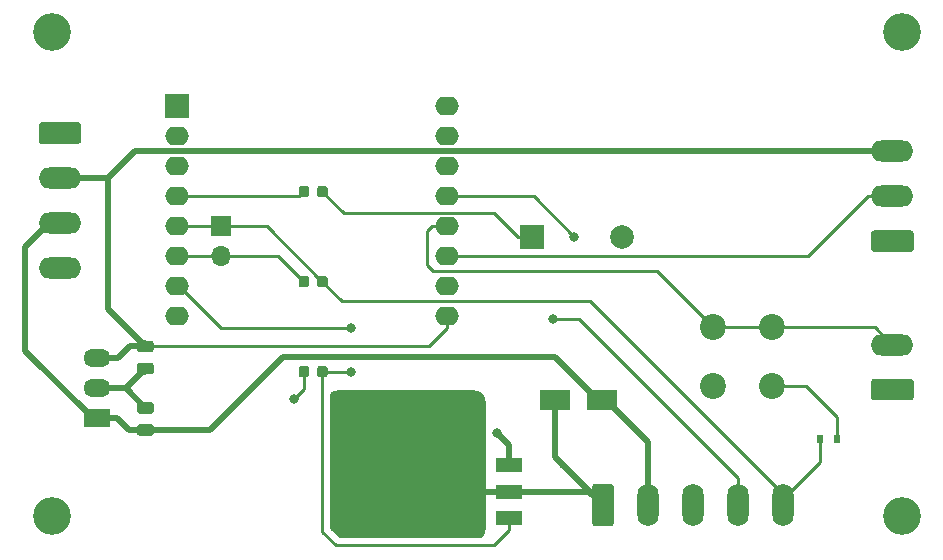
<source format=gtl>
G04 #@! TF.GenerationSoftware,KiCad,Pcbnew,(5.1.2-1)-1*
G04 #@! TF.CreationDate,2019-07-26T11:47:48+01:00*
G04 #@! TF.ProjectId,tool-lockers-pcb,746f6f6c-2d6c-46f6-936b-6572732d7063,rev?*
G04 #@! TF.SameCoordinates,Original*
G04 #@! TF.FileFunction,Copper,L1,Top*
G04 #@! TF.FilePolarity,Positive*
%FSLAX46Y46*%
G04 Gerber Fmt 4.6, Leading zero omitted, Abs format (unit mm)*
G04 Created by KiCad (PCBNEW (5.1.2-1)-1) date 2019-07-26 11:47:48*
%MOMM*%
%LPD*%
G04 APERTURE LIST*
%ADD10R,6.400000X5.800000*%
%ADD11R,2.200000X1.200000*%
%ADD12O,1.700000X1.700000*%
%ADD13R,1.700000X1.700000*%
%ADD14C,0.100000*%
%ADD15C,0.875000*%
%ADD16C,3.200400*%
%ADD17R,0.600000X0.700000*%
%ADD18C,2.200000*%
%ADD19R,2.000000X2.000000*%
%ADD20C,2.000000*%
%ADD21R,2.500000X1.800000*%
%ADD22O,3.600000X1.800000*%
%ADD23C,1.800000*%
%ADD24C,0.975000*%
%ADD25O,1.800000X3.600000*%
%ADD26O,2.000000X1.600000*%
%ADD27R,2.300000X1.500000*%
%ADD28O,2.300000X1.500000*%
%ADD29C,0.800000*%
%ADD30C,0.500000*%
%ADD31C,0.250000*%
%ADD32C,0.254000*%
G04 APERTURE END LIST*
D10*
X145030000Y-118110000D03*
D11*
X151330000Y-115830000D03*
X151330000Y-118110000D03*
X151330000Y-120390000D03*
D12*
X126960000Y-98160000D03*
D13*
X126960000Y-95620000D03*
D14*
G36*
X135749191Y-99856053D02*
G01*
X135770426Y-99859203D01*
X135791250Y-99864419D01*
X135811462Y-99871651D01*
X135830868Y-99880830D01*
X135849281Y-99891866D01*
X135866524Y-99904654D01*
X135882430Y-99919070D01*
X135896846Y-99934976D01*
X135909634Y-99952219D01*
X135920670Y-99970632D01*
X135929849Y-99990038D01*
X135937081Y-100010250D01*
X135942297Y-100031074D01*
X135945447Y-100052309D01*
X135946500Y-100073750D01*
X135946500Y-100586250D01*
X135945447Y-100607691D01*
X135942297Y-100628926D01*
X135937081Y-100649750D01*
X135929849Y-100669962D01*
X135920670Y-100689368D01*
X135909634Y-100707781D01*
X135896846Y-100725024D01*
X135882430Y-100740930D01*
X135866524Y-100755346D01*
X135849281Y-100768134D01*
X135830868Y-100779170D01*
X135811462Y-100788349D01*
X135791250Y-100795581D01*
X135770426Y-100800797D01*
X135749191Y-100803947D01*
X135727750Y-100805000D01*
X135290250Y-100805000D01*
X135268809Y-100803947D01*
X135247574Y-100800797D01*
X135226750Y-100795581D01*
X135206538Y-100788349D01*
X135187132Y-100779170D01*
X135168719Y-100768134D01*
X135151476Y-100755346D01*
X135135570Y-100740930D01*
X135121154Y-100725024D01*
X135108366Y-100707781D01*
X135097330Y-100689368D01*
X135088151Y-100669962D01*
X135080919Y-100649750D01*
X135075703Y-100628926D01*
X135072553Y-100607691D01*
X135071500Y-100586250D01*
X135071500Y-100073750D01*
X135072553Y-100052309D01*
X135075703Y-100031074D01*
X135080919Y-100010250D01*
X135088151Y-99990038D01*
X135097330Y-99970632D01*
X135108366Y-99952219D01*
X135121154Y-99934976D01*
X135135570Y-99919070D01*
X135151476Y-99904654D01*
X135168719Y-99891866D01*
X135187132Y-99880830D01*
X135206538Y-99871651D01*
X135226750Y-99864419D01*
X135247574Y-99859203D01*
X135268809Y-99856053D01*
X135290250Y-99855000D01*
X135727750Y-99855000D01*
X135749191Y-99856053D01*
X135749191Y-99856053D01*
G37*
D15*
X135509000Y-100330000D03*
D14*
G36*
X134174191Y-99856053D02*
G01*
X134195426Y-99859203D01*
X134216250Y-99864419D01*
X134236462Y-99871651D01*
X134255868Y-99880830D01*
X134274281Y-99891866D01*
X134291524Y-99904654D01*
X134307430Y-99919070D01*
X134321846Y-99934976D01*
X134334634Y-99952219D01*
X134345670Y-99970632D01*
X134354849Y-99990038D01*
X134362081Y-100010250D01*
X134367297Y-100031074D01*
X134370447Y-100052309D01*
X134371500Y-100073750D01*
X134371500Y-100586250D01*
X134370447Y-100607691D01*
X134367297Y-100628926D01*
X134362081Y-100649750D01*
X134354849Y-100669962D01*
X134345670Y-100689368D01*
X134334634Y-100707781D01*
X134321846Y-100725024D01*
X134307430Y-100740930D01*
X134291524Y-100755346D01*
X134274281Y-100768134D01*
X134255868Y-100779170D01*
X134236462Y-100788349D01*
X134216250Y-100795581D01*
X134195426Y-100800797D01*
X134174191Y-100803947D01*
X134152750Y-100805000D01*
X133715250Y-100805000D01*
X133693809Y-100803947D01*
X133672574Y-100800797D01*
X133651750Y-100795581D01*
X133631538Y-100788349D01*
X133612132Y-100779170D01*
X133593719Y-100768134D01*
X133576476Y-100755346D01*
X133560570Y-100740930D01*
X133546154Y-100725024D01*
X133533366Y-100707781D01*
X133522330Y-100689368D01*
X133513151Y-100669962D01*
X133505919Y-100649750D01*
X133500703Y-100628926D01*
X133497553Y-100607691D01*
X133496500Y-100586250D01*
X133496500Y-100073750D01*
X133497553Y-100052309D01*
X133500703Y-100031074D01*
X133505919Y-100010250D01*
X133513151Y-99990038D01*
X133522330Y-99970632D01*
X133533366Y-99952219D01*
X133546154Y-99934976D01*
X133560570Y-99919070D01*
X133576476Y-99904654D01*
X133593719Y-99891866D01*
X133612132Y-99880830D01*
X133631538Y-99871651D01*
X133651750Y-99864419D01*
X133672574Y-99859203D01*
X133693809Y-99856053D01*
X133715250Y-99855000D01*
X134152750Y-99855000D01*
X134174191Y-99856053D01*
X134174191Y-99856053D01*
G37*
D15*
X133934000Y-100330000D03*
D16*
X184589420Y-120195340D03*
X112590580Y-120195340D03*
X184589420Y-79194660D03*
X112590580Y-79194660D03*
D17*
X177670000Y-113665000D03*
X179070000Y-113665000D03*
D18*
X168569000Y-104180000D03*
X168569000Y-109180000D03*
X173569000Y-109180000D03*
X173569000Y-104180000D03*
D19*
X153289000Y-96520000D03*
D20*
X160889000Y-96520000D03*
D21*
X155194000Y-110363000D03*
X159194000Y-110363000D03*
D22*
X183769000Y-89281000D03*
X183769000Y-93091000D03*
D14*
G36*
X185343504Y-96002204D02*
G01*
X185367773Y-96005804D01*
X185391571Y-96011765D01*
X185414671Y-96020030D01*
X185436849Y-96030520D01*
X185457893Y-96043133D01*
X185477598Y-96057747D01*
X185495777Y-96074223D01*
X185512253Y-96092402D01*
X185526867Y-96112107D01*
X185539480Y-96133151D01*
X185549970Y-96155329D01*
X185558235Y-96178429D01*
X185564196Y-96202227D01*
X185567796Y-96226496D01*
X185569000Y-96251000D01*
X185569000Y-97551000D01*
X185567796Y-97575504D01*
X185564196Y-97599773D01*
X185558235Y-97623571D01*
X185549970Y-97646671D01*
X185539480Y-97668849D01*
X185526867Y-97689893D01*
X185512253Y-97709598D01*
X185495777Y-97727777D01*
X185477598Y-97744253D01*
X185457893Y-97758867D01*
X185436849Y-97771480D01*
X185414671Y-97781970D01*
X185391571Y-97790235D01*
X185367773Y-97796196D01*
X185343504Y-97799796D01*
X185319000Y-97801000D01*
X182219000Y-97801000D01*
X182194496Y-97799796D01*
X182170227Y-97796196D01*
X182146429Y-97790235D01*
X182123329Y-97781970D01*
X182101151Y-97771480D01*
X182080107Y-97758867D01*
X182060402Y-97744253D01*
X182042223Y-97727777D01*
X182025747Y-97709598D01*
X182011133Y-97689893D01*
X181998520Y-97668849D01*
X181988030Y-97646671D01*
X181979765Y-97623571D01*
X181973804Y-97599773D01*
X181970204Y-97575504D01*
X181969000Y-97551000D01*
X181969000Y-96251000D01*
X181970204Y-96226496D01*
X181973804Y-96202227D01*
X181979765Y-96178429D01*
X181988030Y-96155329D01*
X181998520Y-96133151D01*
X182011133Y-96112107D01*
X182025747Y-96092402D01*
X182042223Y-96074223D01*
X182060402Y-96057747D01*
X182080107Y-96043133D01*
X182101151Y-96030520D01*
X182123329Y-96020030D01*
X182146429Y-96011765D01*
X182170227Y-96005804D01*
X182194496Y-96002204D01*
X182219000Y-96001000D01*
X185319000Y-96001000D01*
X185343504Y-96002204D01*
X185343504Y-96002204D01*
G37*
D23*
X183769000Y-96901000D03*
D22*
X183769000Y-105664000D03*
D14*
G36*
X185343504Y-108575204D02*
G01*
X185367773Y-108578804D01*
X185391571Y-108584765D01*
X185414671Y-108593030D01*
X185436849Y-108603520D01*
X185457893Y-108616133D01*
X185477598Y-108630747D01*
X185495777Y-108647223D01*
X185512253Y-108665402D01*
X185526867Y-108685107D01*
X185539480Y-108706151D01*
X185549970Y-108728329D01*
X185558235Y-108751429D01*
X185564196Y-108775227D01*
X185567796Y-108799496D01*
X185569000Y-108824000D01*
X185569000Y-110124000D01*
X185567796Y-110148504D01*
X185564196Y-110172773D01*
X185558235Y-110196571D01*
X185549970Y-110219671D01*
X185539480Y-110241849D01*
X185526867Y-110262893D01*
X185512253Y-110282598D01*
X185495777Y-110300777D01*
X185477598Y-110317253D01*
X185457893Y-110331867D01*
X185436849Y-110344480D01*
X185414671Y-110354970D01*
X185391571Y-110363235D01*
X185367773Y-110369196D01*
X185343504Y-110372796D01*
X185319000Y-110374000D01*
X182219000Y-110374000D01*
X182194496Y-110372796D01*
X182170227Y-110369196D01*
X182146429Y-110363235D01*
X182123329Y-110354970D01*
X182101151Y-110344480D01*
X182080107Y-110331867D01*
X182060402Y-110317253D01*
X182042223Y-110300777D01*
X182025747Y-110282598D01*
X182011133Y-110262893D01*
X181998520Y-110241849D01*
X181988030Y-110219671D01*
X181979765Y-110196571D01*
X181973804Y-110172773D01*
X181970204Y-110148504D01*
X181969000Y-110124000D01*
X181969000Y-108824000D01*
X181970204Y-108799496D01*
X181973804Y-108775227D01*
X181979765Y-108751429D01*
X181988030Y-108728329D01*
X181998520Y-108706151D01*
X182011133Y-108685107D01*
X182025747Y-108665402D01*
X182042223Y-108647223D01*
X182060402Y-108630747D01*
X182080107Y-108616133D01*
X182101151Y-108603520D01*
X182123329Y-108593030D01*
X182146429Y-108584765D01*
X182170227Y-108578804D01*
X182194496Y-108575204D01*
X182219000Y-108574000D01*
X185319000Y-108574000D01*
X185343504Y-108575204D01*
X185343504Y-108575204D01*
G37*
D23*
X183769000Y-109474000D03*
D22*
X113284000Y-99187000D03*
X113284000Y-95377000D03*
X113284000Y-91567000D03*
D14*
G36*
X114858504Y-86858204D02*
G01*
X114882773Y-86861804D01*
X114906571Y-86867765D01*
X114929671Y-86876030D01*
X114951849Y-86886520D01*
X114972893Y-86899133D01*
X114992598Y-86913747D01*
X115010777Y-86930223D01*
X115027253Y-86948402D01*
X115041867Y-86968107D01*
X115054480Y-86989151D01*
X115064970Y-87011329D01*
X115073235Y-87034429D01*
X115079196Y-87058227D01*
X115082796Y-87082496D01*
X115084000Y-87107000D01*
X115084000Y-88407000D01*
X115082796Y-88431504D01*
X115079196Y-88455773D01*
X115073235Y-88479571D01*
X115064970Y-88502671D01*
X115054480Y-88524849D01*
X115041867Y-88545893D01*
X115027253Y-88565598D01*
X115010777Y-88583777D01*
X114992598Y-88600253D01*
X114972893Y-88614867D01*
X114951849Y-88627480D01*
X114929671Y-88637970D01*
X114906571Y-88646235D01*
X114882773Y-88652196D01*
X114858504Y-88655796D01*
X114834000Y-88657000D01*
X111734000Y-88657000D01*
X111709496Y-88655796D01*
X111685227Y-88652196D01*
X111661429Y-88646235D01*
X111638329Y-88637970D01*
X111616151Y-88627480D01*
X111595107Y-88614867D01*
X111575402Y-88600253D01*
X111557223Y-88583777D01*
X111540747Y-88565598D01*
X111526133Y-88545893D01*
X111513520Y-88524849D01*
X111503030Y-88502671D01*
X111494765Y-88479571D01*
X111488804Y-88455773D01*
X111485204Y-88431504D01*
X111484000Y-88407000D01*
X111484000Y-87107000D01*
X111485204Y-87082496D01*
X111488804Y-87058227D01*
X111494765Y-87034429D01*
X111503030Y-87011329D01*
X111513520Y-86989151D01*
X111526133Y-86968107D01*
X111540747Y-86948402D01*
X111557223Y-86930223D01*
X111575402Y-86913747D01*
X111595107Y-86899133D01*
X111616151Y-86886520D01*
X111638329Y-86876030D01*
X111661429Y-86867765D01*
X111685227Y-86861804D01*
X111709496Y-86858204D01*
X111734000Y-86857000D01*
X114834000Y-86857000D01*
X114858504Y-86858204D01*
X114858504Y-86858204D01*
G37*
D23*
X113284000Y-87757000D03*
D14*
G36*
X121003142Y-112416674D02*
G01*
X121026803Y-112420184D01*
X121050007Y-112425996D01*
X121072529Y-112434054D01*
X121094153Y-112444282D01*
X121114670Y-112456579D01*
X121133883Y-112470829D01*
X121151607Y-112486893D01*
X121167671Y-112504617D01*
X121181921Y-112523830D01*
X121194218Y-112544347D01*
X121204446Y-112565971D01*
X121212504Y-112588493D01*
X121218316Y-112611697D01*
X121221826Y-112635358D01*
X121223000Y-112659250D01*
X121223000Y-113146750D01*
X121221826Y-113170642D01*
X121218316Y-113194303D01*
X121212504Y-113217507D01*
X121204446Y-113240029D01*
X121194218Y-113261653D01*
X121181921Y-113282170D01*
X121167671Y-113301383D01*
X121151607Y-113319107D01*
X121133883Y-113335171D01*
X121114670Y-113349421D01*
X121094153Y-113361718D01*
X121072529Y-113371946D01*
X121050007Y-113380004D01*
X121026803Y-113385816D01*
X121003142Y-113389326D01*
X120979250Y-113390500D01*
X120066750Y-113390500D01*
X120042858Y-113389326D01*
X120019197Y-113385816D01*
X119995993Y-113380004D01*
X119973471Y-113371946D01*
X119951847Y-113361718D01*
X119931330Y-113349421D01*
X119912117Y-113335171D01*
X119894393Y-113319107D01*
X119878329Y-113301383D01*
X119864079Y-113282170D01*
X119851782Y-113261653D01*
X119841554Y-113240029D01*
X119833496Y-113217507D01*
X119827684Y-113194303D01*
X119824174Y-113170642D01*
X119823000Y-113146750D01*
X119823000Y-112659250D01*
X119824174Y-112635358D01*
X119827684Y-112611697D01*
X119833496Y-112588493D01*
X119841554Y-112565971D01*
X119851782Y-112544347D01*
X119864079Y-112523830D01*
X119878329Y-112504617D01*
X119894393Y-112486893D01*
X119912117Y-112470829D01*
X119931330Y-112456579D01*
X119951847Y-112444282D01*
X119973471Y-112434054D01*
X119995993Y-112425996D01*
X120019197Y-112420184D01*
X120042858Y-112416674D01*
X120066750Y-112415500D01*
X120979250Y-112415500D01*
X121003142Y-112416674D01*
X121003142Y-112416674D01*
G37*
D24*
X120523000Y-112903000D03*
D14*
G36*
X121003142Y-110541674D02*
G01*
X121026803Y-110545184D01*
X121050007Y-110550996D01*
X121072529Y-110559054D01*
X121094153Y-110569282D01*
X121114670Y-110581579D01*
X121133883Y-110595829D01*
X121151607Y-110611893D01*
X121167671Y-110629617D01*
X121181921Y-110648830D01*
X121194218Y-110669347D01*
X121204446Y-110690971D01*
X121212504Y-110713493D01*
X121218316Y-110736697D01*
X121221826Y-110760358D01*
X121223000Y-110784250D01*
X121223000Y-111271750D01*
X121221826Y-111295642D01*
X121218316Y-111319303D01*
X121212504Y-111342507D01*
X121204446Y-111365029D01*
X121194218Y-111386653D01*
X121181921Y-111407170D01*
X121167671Y-111426383D01*
X121151607Y-111444107D01*
X121133883Y-111460171D01*
X121114670Y-111474421D01*
X121094153Y-111486718D01*
X121072529Y-111496946D01*
X121050007Y-111505004D01*
X121026803Y-111510816D01*
X121003142Y-111514326D01*
X120979250Y-111515500D01*
X120066750Y-111515500D01*
X120042858Y-111514326D01*
X120019197Y-111510816D01*
X119995993Y-111505004D01*
X119973471Y-111496946D01*
X119951847Y-111486718D01*
X119931330Y-111474421D01*
X119912117Y-111460171D01*
X119894393Y-111444107D01*
X119878329Y-111426383D01*
X119864079Y-111407170D01*
X119851782Y-111386653D01*
X119841554Y-111365029D01*
X119833496Y-111342507D01*
X119827684Y-111319303D01*
X119824174Y-111295642D01*
X119823000Y-111271750D01*
X119823000Y-110784250D01*
X119824174Y-110760358D01*
X119827684Y-110736697D01*
X119833496Y-110713493D01*
X119841554Y-110690971D01*
X119851782Y-110669347D01*
X119864079Y-110648830D01*
X119878329Y-110629617D01*
X119894393Y-110611893D01*
X119912117Y-110595829D01*
X119931330Y-110581579D01*
X119951847Y-110569282D01*
X119973471Y-110559054D01*
X119995993Y-110550996D01*
X120019197Y-110545184D01*
X120042858Y-110541674D01*
X120066750Y-110540500D01*
X120979250Y-110540500D01*
X121003142Y-110541674D01*
X121003142Y-110541674D01*
G37*
D24*
X120523000Y-111028000D03*
D14*
G36*
X121003142Y-107209674D02*
G01*
X121026803Y-107213184D01*
X121050007Y-107218996D01*
X121072529Y-107227054D01*
X121094153Y-107237282D01*
X121114670Y-107249579D01*
X121133883Y-107263829D01*
X121151607Y-107279893D01*
X121167671Y-107297617D01*
X121181921Y-107316830D01*
X121194218Y-107337347D01*
X121204446Y-107358971D01*
X121212504Y-107381493D01*
X121218316Y-107404697D01*
X121221826Y-107428358D01*
X121223000Y-107452250D01*
X121223000Y-107939750D01*
X121221826Y-107963642D01*
X121218316Y-107987303D01*
X121212504Y-108010507D01*
X121204446Y-108033029D01*
X121194218Y-108054653D01*
X121181921Y-108075170D01*
X121167671Y-108094383D01*
X121151607Y-108112107D01*
X121133883Y-108128171D01*
X121114670Y-108142421D01*
X121094153Y-108154718D01*
X121072529Y-108164946D01*
X121050007Y-108173004D01*
X121026803Y-108178816D01*
X121003142Y-108182326D01*
X120979250Y-108183500D01*
X120066750Y-108183500D01*
X120042858Y-108182326D01*
X120019197Y-108178816D01*
X119995993Y-108173004D01*
X119973471Y-108164946D01*
X119951847Y-108154718D01*
X119931330Y-108142421D01*
X119912117Y-108128171D01*
X119894393Y-108112107D01*
X119878329Y-108094383D01*
X119864079Y-108075170D01*
X119851782Y-108054653D01*
X119841554Y-108033029D01*
X119833496Y-108010507D01*
X119827684Y-107987303D01*
X119824174Y-107963642D01*
X119823000Y-107939750D01*
X119823000Y-107452250D01*
X119824174Y-107428358D01*
X119827684Y-107404697D01*
X119833496Y-107381493D01*
X119841554Y-107358971D01*
X119851782Y-107337347D01*
X119864079Y-107316830D01*
X119878329Y-107297617D01*
X119894393Y-107279893D01*
X119912117Y-107263829D01*
X119931330Y-107249579D01*
X119951847Y-107237282D01*
X119973471Y-107227054D01*
X119995993Y-107218996D01*
X120019197Y-107213184D01*
X120042858Y-107209674D01*
X120066750Y-107208500D01*
X120979250Y-107208500D01*
X121003142Y-107209674D01*
X121003142Y-107209674D01*
G37*
D24*
X120523000Y-107696000D03*
D14*
G36*
X121003142Y-105334674D02*
G01*
X121026803Y-105338184D01*
X121050007Y-105343996D01*
X121072529Y-105352054D01*
X121094153Y-105362282D01*
X121114670Y-105374579D01*
X121133883Y-105388829D01*
X121151607Y-105404893D01*
X121167671Y-105422617D01*
X121181921Y-105441830D01*
X121194218Y-105462347D01*
X121204446Y-105483971D01*
X121212504Y-105506493D01*
X121218316Y-105529697D01*
X121221826Y-105553358D01*
X121223000Y-105577250D01*
X121223000Y-106064750D01*
X121221826Y-106088642D01*
X121218316Y-106112303D01*
X121212504Y-106135507D01*
X121204446Y-106158029D01*
X121194218Y-106179653D01*
X121181921Y-106200170D01*
X121167671Y-106219383D01*
X121151607Y-106237107D01*
X121133883Y-106253171D01*
X121114670Y-106267421D01*
X121094153Y-106279718D01*
X121072529Y-106289946D01*
X121050007Y-106298004D01*
X121026803Y-106303816D01*
X121003142Y-106307326D01*
X120979250Y-106308500D01*
X120066750Y-106308500D01*
X120042858Y-106307326D01*
X120019197Y-106303816D01*
X119995993Y-106298004D01*
X119973471Y-106289946D01*
X119951847Y-106279718D01*
X119931330Y-106267421D01*
X119912117Y-106253171D01*
X119894393Y-106237107D01*
X119878329Y-106219383D01*
X119864079Y-106200170D01*
X119851782Y-106179653D01*
X119841554Y-106158029D01*
X119833496Y-106135507D01*
X119827684Y-106112303D01*
X119824174Y-106088642D01*
X119823000Y-106064750D01*
X119823000Y-105577250D01*
X119824174Y-105553358D01*
X119827684Y-105529697D01*
X119833496Y-105506493D01*
X119841554Y-105483971D01*
X119851782Y-105462347D01*
X119864079Y-105441830D01*
X119878329Y-105422617D01*
X119894393Y-105404893D01*
X119912117Y-105388829D01*
X119931330Y-105374579D01*
X119951847Y-105362282D01*
X119973471Y-105352054D01*
X119995993Y-105343996D01*
X120019197Y-105338184D01*
X120042858Y-105334674D01*
X120066750Y-105333500D01*
X120979250Y-105333500D01*
X121003142Y-105334674D01*
X121003142Y-105334674D01*
G37*
D24*
X120523000Y-105821000D03*
D14*
G36*
X159932504Y-117454204D02*
G01*
X159956773Y-117457804D01*
X159980571Y-117463765D01*
X160003671Y-117472030D01*
X160025849Y-117482520D01*
X160046893Y-117495133D01*
X160066598Y-117509747D01*
X160084777Y-117526223D01*
X160101253Y-117544402D01*
X160115867Y-117564107D01*
X160128480Y-117585151D01*
X160138970Y-117607329D01*
X160147235Y-117630429D01*
X160153196Y-117654227D01*
X160156796Y-117678496D01*
X160158000Y-117703000D01*
X160158000Y-120803000D01*
X160156796Y-120827504D01*
X160153196Y-120851773D01*
X160147235Y-120875571D01*
X160138970Y-120898671D01*
X160128480Y-120920849D01*
X160115867Y-120941893D01*
X160101253Y-120961598D01*
X160084777Y-120979777D01*
X160066598Y-120996253D01*
X160046893Y-121010867D01*
X160025849Y-121023480D01*
X160003671Y-121033970D01*
X159980571Y-121042235D01*
X159956773Y-121048196D01*
X159932504Y-121051796D01*
X159908000Y-121053000D01*
X158608000Y-121053000D01*
X158583496Y-121051796D01*
X158559227Y-121048196D01*
X158535429Y-121042235D01*
X158512329Y-121033970D01*
X158490151Y-121023480D01*
X158469107Y-121010867D01*
X158449402Y-120996253D01*
X158431223Y-120979777D01*
X158414747Y-120961598D01*
X158400133Y-120941893D01*
X158387520Y-120920849D01*
X158377030Y-120898671D01*
X158368765Y-120875571D01*
X158362804Y-120851773D01*
X158359204Y-120827504D01*
X158358000Y-120803000D01*
X158358000Y-117703000D01*
X158359204Y-117678496D01*
X158362804Y-117654227D01*
X158368765Y-117630429D01*
X158377030Y-117607329D01*
X158387520Y-117585151D01*
X158400133Y-117564107D01*
X158414747Y-117544402D01*
X158431223Y-117526223D01*
X158449402Y-117509747D01*
X158469107Y-117495133D01*
X158490151Y-117482520D01*
X158512329Y-117472030D01*
X158535429Y-117463765D01*
X158559227Y-117457804D01*
X158583496Y-117454204D01*
X158608000Y-117453000D01*
X159908000Y-117453000D01*
X159932504Y-117454204D01*
X159932504Y-117454204D01*
G37*
D23*
X159258000Y-119253000D03*
D25*
X163068000Y-119253000D03*
X166878000Y-119253000D03*
X170688000Y-119253000D03*
X174498000Y-119253000D03*
D14*
G36*
X134174191Y-107476053D02*
G01*
X134195426Y-107479203D01*
X134216250Y-107484419D01*
X134236462Y-107491651D01*
X134255868Y-107500830D01*
X134274281Y-107511866D01*
X134291524Y-107524654D01*
X134307430Y-107539070D01*
X134321846Y-107554976D01*
X134334634Y-107572219D01*
X134345670Y-107590632D01*
X134354849Y-107610038D01*
X134362081Y-107630250D01*
X134367297Y-107651074D01*
X134370447Y-107672309D01*
X134371500Y-107693750D01*
X134371500Y-108206250D01*
X134370447Y-108227691D01*
X134367297Y-108248926D01*
X134362081Y-108269750D01*
X134354849Y-108289962D01*
X134345670Y-108309368D01*
X134334634Y-108327781D01*
X134321846Y-108345024D01*
X134307430Y-108360930D01*
X134291524Y-108375346D01*
X134274281Y-108388134D01*
X134255868Y-108399170D01*
X134236462Y-108408349D01*
X134216250Y-108415581D01*
X134195426Y-108420797D01*
X134174191Y-108423947D01*
X134152750Y-108425000D01*
X133715250Y-108425000D01*
X133693809Y-108423947D01*
X133672574Y-108420797D01*
X133651750Y-108415581D01*
X133631538Y-108408349D01*
X133612132Y-108399170D01*
X133593719Y-108388134D01*
X133576476Y-108375346D01*
X133560570Y-108360930D01*
X133546154Y-108345024D01*
X133533366Y-108327781D01*
X133522330Y-108309368D01*
X133513151Y-108289962D01*
X133505919Y-108269750D01*
X133500703Y-108248926D01*
X133497553Y-108227691D01*
X133496500Y-108206250D01*
X133496500Y-107693750D01*
X133497553Y-107672309D01*
X133500703Y-107651074D01*
X133505919Y-107630250D01*
X133513151Y-107610038D01*
X133522330Y-107590632D01*
X133533366Y-107572219D01*
X133546154Y-107554976D01*
X133560570Y-107539070D01*
X133576476Y-107524654D01*
X133593719Y-107511866D01*
X133612132Y-107500830D01*
X133631538Y-107491651D01*
X133651750Y-107484419D01*
X133672574Y-107479203D01*
X133693809Y-107476053D01*
X133715250Y-107475000D01*
X134152750Y-107475000D01*
X134174191Y-107476053D01*
X134174191Y-107476053D01*
G37*
D15*
X133934000Y-107950000D03*
D14*
G36*
X135749191Y-107476053D02*
G01*
X135770426Y-107479203D01*
X135791250Y-107484419D01*
X135811462Y-107491651D01*
X135830868Y-107500830D01*
X135849281Y-107511866D01*
X135866524Y-107524654D01*
X135882430Y-107539070D01*
X135896846Y-107554976D01*
X135909634Y-107572219D01*
X135920670Y-107590632D01*
X135929849Y-107610038D01*
X135937081Y-107630250D01*
X135942297Y-107651074D01*
X135945447Y-107672309D01*
X135946500Y-107693750D01*
X135946500Y-108206250D01*
X135945447Y-108227691D01*
X135942297Y-108248926D01*
X135937081Y-108269750D01*
X135929849Y-108289962D01*
X135920670Y-108309368D01*
X135909634Y-108327781D01*
X135896846Y-108345024D01*
X135882430Y-108360930D01*
X135866524Y-108375346D01*
X135849281Y-108388134D01*
X135830868Y-108399170D01*
X135811462Y-108408349D01*
X135791250Y-108415581D01*
X135770426Y-108420797D01*
X135749191Y-108423947D01*
X135727750Y-108425000D01*
X135290250Y-108425000D01*
X135268809Y-108423947D01*
X135247574Y-108420797D01*
X135226750Y-108415581D01*
X135206538Y-108408349D01*
X135187132Y-108399170D01*
X135168719Y-108388134D01*
X135151476Y-108375346D01*
X135135570Y-108360930D01*
X135121154Y-108345024D01*
X135108366Y-108327781D01*
X135097330Y-108309368D01*
X135088151Y-108289962D01*
X135080919Y-108269750D01*
X135075703Y-108248926D01*
X135072553Y-108227691D01*
X135071500Y-108206250D01*
X135071500Y-107693750D01*
X135072553Y-107672309D01*
X135075703Y-107651074D01*
X135080919Y-107630250D01*
X135088151Y-107610038D01*
X135097330Y-107590632D01*
X135108366Y-107572219D01*
X135121154Y-107554976D01*
X135135570Y-107539070D01*
X135151476Y-107524654D01*
X135168719Y-107511866D01*
X135187132Y-107500830D01*
X135206538Y-107491651D01*
X135226750Y-107484419D01*
X135247574Y-107479203D01*
X135268809Y-107476053D01*
X135290250Y-107475000D01*
X135727750Y-107475000D01*
X135749191Y-107476053D01*
X135749191Y-107476053D01*
G37*
D15*
X135509000Y-107950000D03*
D14*
G36*
X135749191Y-92236053D02*
G01*
X135770426Y-92239203D01*
X135791250Y-92244419D01*
X135811462Y-92251651D01*
X135830868Y-92260830D01*
X135849281Y-92271866D01*
X135866524Y-92284654D01*
X135882430Y-92299070D01*
X135896846Y-92314976D01*
X135909634Y-92332219D01*
X135920670Y-92350632D01*
X135929849Y-92370038D01*
X135937081Y-92390250D01*
X135942297Y-92411074D01*
X135945447Y-92432309D01*
X135946500Y-92453750D01*
X135946500Y-92966250D01*
X135945447Y-92987691D01*
X135942297Y-93008926D01*
X135937081Y-93029750D01*
X135929849Y-93049962D01*
X135920670Y-93069368D01*
X135909634Y-93087781D01*
X135896846Y-93105024D01*
X135882430Y-93120930D01*
X135866524Y-93135346D01*
X135849281Y-93148134D01*
X135830868Y-93159170D01*
X135811462Y-93168349D01*
X135791250Y-93175581D01*
X135770426Y-93180797D01*
X135749191Y-93183947D01*
X135727750Y-93185000D01*
X135290250Y-93185000D01*
X135268809Y-93183947D01*
X135247574Y-93180797D01*
X135226750Y-93175581D01*
X135206538Y-93168349D01*
X135187132Y-93159170D01*
X135168719Y-93148134D01*
X135151476Y-93135346D01*
X135135570Y-93120930D01*
X135121154Y-93105024D01*
X135108366Y-93087781D01*
X135097330Y-93069368D01*
X135088151Y-93049962D01*
X135080919Y-93029750D01*
X135075703Y-93008926D01*
X135072553Y-92987691D01*
X135071500Y-92966250D01*
X135071500Y-92453750D01*
X135072553Y-92432309D01*
X135075703Y-92411074D01*
X135080919Y-92390250D01*
X135088151Y-92370038D01*
X135097330Y-92350632D01*
X135108366Y-92332219D01*
X135121154Y-92314976D01*
X135135570Y-92299070D01*
X135151476Y-92284654D01*
X135168719Y-92271866D01*
X135187132Y-92260830D01*
X135206538Y-92251651D01*
X135226750Y-92244419D01*
X135247574Y-92239203D01*
X135268809Y-92236053D01*
X135290250Y-92235000D01*
X135727750Y-92235000D01*
X135749191Y-92236053D01*
X135749191Y-92236053D01*
G37*
D15*
X135509000Y-92710000D03*
D14*
G36*
X134174191Y-92236053D02*
G01*
X134195426Y-92239203D01*
X134216250Y-92244419D01*
X134236462Y-92251651D01*
X134255868Y-92260830D01*
X134274281Y-92271866D01*
X134291524Y-92284654D01*
X134307430Y-92299070D01*
X134321846Y-92314976D01*
X134334634Y-92332219D01*
X134345670Y-92350632D01*
X134354849Y-92370038D01*
X134362081Y-92390250D01*
X134367297Y-92411074D01*
X134370447Y-92432309D01*
X134371500Y-92453750D01*
X134371500Y-92966250D01*
X134370447Y-92987691D01*
X134367297Y-93008926D01*
X134362081Y-93029750D01*
X134354849Y-93049962D01*
X134345670Y-93069368D01*
X134334634Y-93087781D01*
X134321846Y-93105024D01*
X134307430Y-93120930D01*
X134291524Y-93135346D01*
X134274281Y-93148134D01*
X134255868Y-93159170D01*
X134236462Y-93168349D01*
X134216250Y-93175581D01*
X134195426Y-93180797D01*
X134174191Y-93183947D01*
X134152750Y-93185000D01*
X133715250Y-93185000D01*
X133693809Y-93183947D01*
X133672574Y-93180797D01*
X133651750Y-93175581D01*
X133631538Y-93168349D01*
X133612132Y-93159170D01*
X133593719Y-93148134D01*
X133576476Y-93135346D01*
X133560570Y-93120930D01*
X133546154Y-93105024D01*
X133533366Y-93087781D01*
X133522330Y-93069368D01*
X133513151Y-93049962D01*
X133505919Y-93029750D01*
X133500703Y-93008926D01*
X133497553Y-92987691D01*
X133496500Y-92966250D01*
X133496500Y-92453750D01*
X133497553Y-92432309D01*
X133500703Y-92411074D01*
X133505919Y-92390250D01*
X133513151Y-92370038D01*
X133522330Y-92350632D01*
X133533366Y-92332219D01*
X133546154Y-92314976D01*
X133560570Y-92299070D01*
X133576476Y-92284654D01*
X133593719Y-92271866D01*
X133612132Y-92260830D01*
X133631538Y-92251651D01*
X133651750Y-92244419D01*
X133672574Y-92239203D01*
X133693809Y-92236053D01*
X133715250Y-92235000D01*
X134152750Y-92235000D01*
X134174191Y-92236053D01*
X134174191Y-92236053D01*
G37*
D15*
X133934000Y-92710000D03*
D26*
X123190000Y-88011000D03*
D19*
X123190000Y-85471000D03*
D26*
X123190000Y-90551000D03*
X123190000Y-93091000D03*
X123190000Y-95631000D03*
X123190000Y-98171000D03*
X123190000Y-100711000D03*
X123190000Y-103251000D03*
X146050000Y-103251000D03*
X146050000Y-100711000D03*
X146050000Y-98171000D03*
X146050000Y-95631000D03*
X146050000Y-93091000D03*
X146050000Y-90551000D03*
X146050000Y-88011000D03*
X146050000Y-85471000D03*
D27*
X116459000Y-111887000D03*
D28*
X116459000Y-109347000D03*
X116459000Y-106807000D03*
D29*
X133096000Y-110236000D03*
X150320000Y-113160000D03*
X156845000Y-96520000D03*
X155067000Y-103505000D03*
X137922000Y-104267000D03*
X137922000Y-107950000D03*
D30*
X118110000Y-111887000D02*
X119126000Y-112903000D01*
X116459000Y-111887000D02*
X118110000Y-111887000D01*
X163068000Y-118353000D02*
X163068000Y-119253000D01*
X163068000Y-113887000D02*
X163068000Y-117203000D01*
X159544000Y-110363000D02*
X163068000Y-113887000D01*
X163068000Y-117203000D02*
X163068000Y-119253000D01*
X159194000Y-110363000D02*
X159544000Y-110363000D01*
X155161000Y-106680000D02*
X158844000Y-110363000D01*
X132207000Y-106680000D02*
X155161000Y-106680000D01*
X158844000Y-110363000D02*
X159194000Y-110363000D01*
X125984000Y-112903000D02*
X132207000Y-106680000D01*
X119126000Y-112903000D02*
X125984000Y-112903000D01*
X116059000Y-111887000D02*
X116459000Y-111887000D01*
X110363000Y-97398000D02*
X110363000Y-106191000D01*
X110363000Y-106191000D02*
X116059000Y-111887000D01*
X112384000Y-95377000D02*
X110363000Y-97398000D01*
X113284000Y-95377000D02*
X112384000Y-95377000D01*
X118872000Y-109347000D02*
X120523000Y-107696000D01*
X116459000Y-109347000D02*
X118872000Y-109347000D01*
X118842000Y-109347000D02*
X120523000Y-111028000D01*
D31*
X116459000Y-109347000D02*
X118842000Y-109347000D01*
X133934000Y-109398000D02*
X133096000Y-110236000D01*
X133934000Y-107950000D02*
X133934000Y-109398000D01*
X176490000Y-109180000D02*
X173569000Y-109180000D01*
X179070000Y-111760000D02*
X176490000Y-109180000D01*
X179070000Y-113665000D02*
X179070000Y-111760000D01*
D30*
X151330000Y-114170000D02*
X150320000Y-113160000D01*
X151330000Y-115830000D02*
X151330000Y-114170000D01*
D31*
X146050000Y-104301000D02*
X146050000Y-103251000D01*
X144530000Y-105821000D02*
X146050000Y-104301000D01*
X120523000Y-105821000D02*
X144530000Y-105821000D01*
D30*
X181719000Y-89281000D02*
X183769000Y-89281000D01*
X113284000Y-91567000D02*
X114508998Y-91567000D01*
X117348000Y-102646000D02*
X117348000Y-91567000D01*
X120523000Y-105821000D02*
X117348000Y-102646000D01*
X181469000Y-89281000D02*
X183769000Y-89281000D01*
X119634000Y-89281000D02*
X181469000Y-89281000D01*
X117348000Y-91567000D02*
X119634000Y-89281000D01*
X113284000Y-91567000D02*
X117348000Y-91567000D01*
X119223000Y-105821000D02*
X120523000Y-105821000D01*
X118237000Y-106807000D02*
X119223000Y-105821000D01*
X116459000Y-106807000D02*
X118237000Y-106807000D01*
D31*
X145034000Y-115316000D02*
X145034000Y-118110000D01*
D30*
X155194000Y-115189000D02*
X156210000Y-116205000D01*
X155194000Y-110363000D02*
X155194000Y-115189000D01*
X156210000Y-116205000D02*
X159258000Y-119253000D01*
X155835000Y-115830000D02*
X156210000Y-116205000D01*
X158115000Y-118110000D02*
X159258000Y-119253000D01*
X151330000Y-118110000D02*
X158115000Y-118110000D01*
X151330000Y-118110000D02*
X145030000Y-118110000D01*
D31*
X170688000Y-119253000D02*
X170688000Y-118353000D01*
X153416000Y-93091000D02*
X156845000Y-96520000D01*
X146050000Y-93091000D02*
X153416000Y-93091000D01*
X155067000Y-103505000D02*
X157226000Y-103505000D01*
X170688000Y-116967000D02*
X170688000Y-119253000D01*
X157226000Y-103505000D02*
X170688000Y-116967000D01*
X174560000Y-119191000D02*
X174498000Y-119253000D01*
X174498000Y-118745000D02*
X174498000Y-119253000D01*
X177670000Y-115573000D02*
X174498000Y-118745000D01*
X177670000Y-113665000D02*
X177670000Y-115573000D01*
X123190000Y-95631000D02*
X130810000Y-95631000D01*
X130810000Y-95631000D02*
X135509000Y-100330000D01*
X158126000Y-101981000D02*
X174498000Y-118353000D01*
X137160000Y-101981000D02*
X158126000Y-101981000D01*
X174498000Y-118353000D02*
X174498000Y-119253000D01*
X135509000Y-100330000D02*
X137160000Y-101981000D01*
X168569000Y-104180000D02*
X173569000Y-104180000D01*
X163830000Y-99441000D02*
X167469001Y-103080001D01*
X144399000Y-98933000D02*
X144907000Y-99441000D01*
X144399000Y-96032000D02*
X144399000Y-98933000D01*
X167469001Y-103080001D02*
X168569000Y-104180000D01*
X146050000Y-95631000D02*
X144800000Y-95631000D01*
X144800000Y-95631000D02*
X144399000Y-96032000D01*
X144907000Y-99441000D02*
X163830000Y-99441000D01*
X182285000Y-104180000D02*
X173569000Y-104180000D01*
X183769000Y-105664000D02*
X182285000Y-104180000D01*
X147300000Y-98171000D02*
X146050000Y-98171000D01*
X176639000Y-98171000D02*
X147300000Y-98171000D01*
X181719000Y-93091000D02*
X176639000Y-98171000D01*
X183769000Y-93091000D02*
X181719000Y-93091000D01*
X150024990Y-94505990D02*
X152039000Y-96520000D01*
X137304990Y-94505990D02*
X150024990Y-94505990D01*
X152039000Y-96520000D02*
X153289000Y-96520000D01*
X135509000Y-92710000D02*
X137304990Y-94505990D01*
X126946000Y-104267000D02*
X137922000Y-104267000D01*
X123390000Y-100711000D02*
X126946000Y-104267000D01*
X123190000Y-100711000D02*
X123390000Y-100711000D01*
X150834000Y-120390000D02*
X151334000Y-120390000D01*
X135509000Y-107950000D02*
X137922000Y-107950000D01*
X136650000Y-122650000D02*
X150010000Y-122650000D01*
X150010000Y-122650000D02*
X151330000Y-121330000D01*
X135509000Y-121509000D02*
X136650000Y-122650000D01*
X151330000Y-121330000D02*
X151330000Y-120390000D01*
X135509000Y-107950000D02*
X135509000Y-121509000D01*
X133553000Y-93091000D02*
X133934000Y-92710000D01*
X123190000Y-93091000D02*
X133553000Y-93091000D01*
X123190000Y-98171000D02*
X131775000Y-98171000D01*
X131775000Y-98171000D02*
X133934000Y-100330000D01*
D32*
G36*
X148450189Y-109644376D02*
G01*
X148613850Y-109694022D01*
X148764672Y-109774638D01*
X148896870Y-109883130D01*
X149005362Y-110015328D01*
X149085978Y-110166150D01*
X149135624Y-110329811D01*
X149153000Y-110506234D01*
X149153000Y-121223766D01*
X149135624Y-121400189D01*
X149085978Y-121563850D01*
X149005362Y-121714672D01*
X148896870Y-121846870D01*
X148844316Y-121890000D01*
X136964802Y-121890000D01*
X136269000Y-121194199D01*
X136269000Y-109820865D01*
X136325328Y-109774638D01*
X136476150Y-109694022D01*
X136639811Y-109644376D01*
X136816234Y-109627000D01*
X148273766Y-109627000D01*
X148450189Y-109644376D01*
X148450189Y-109644376D01*
G37*
X148450189Y-109644376D02*
X148613850Y-109694022D01*
X148764672Y-109774638D01*
X148896870Y-109883130D01*
X149005362Y-110015328D01*
X149085978Y-110166150D01*
X149135624Y-110329811D01*
X149153000Y-110506234D01*
X149153000Y-121223766D01*
X149135624Y-121400189D01*
X149085978Y-121563850D01*
X149005362Y-121714672D01*
X148896870Y-121846870D01*
X148844316Y-121890000D01*
X136964802Y-121890000D01*
X136269000Y-121194199D01*
X136269000Y-109820865D01*
X136325328Y-109774638D01*
X136476150Y-109694022D01*
X136639811Y-109644376D01*
X136816234Y-109627000D01*
X148273766Y-109627000D01*
X148450189Y-109644376D01*
M02*

</source>
